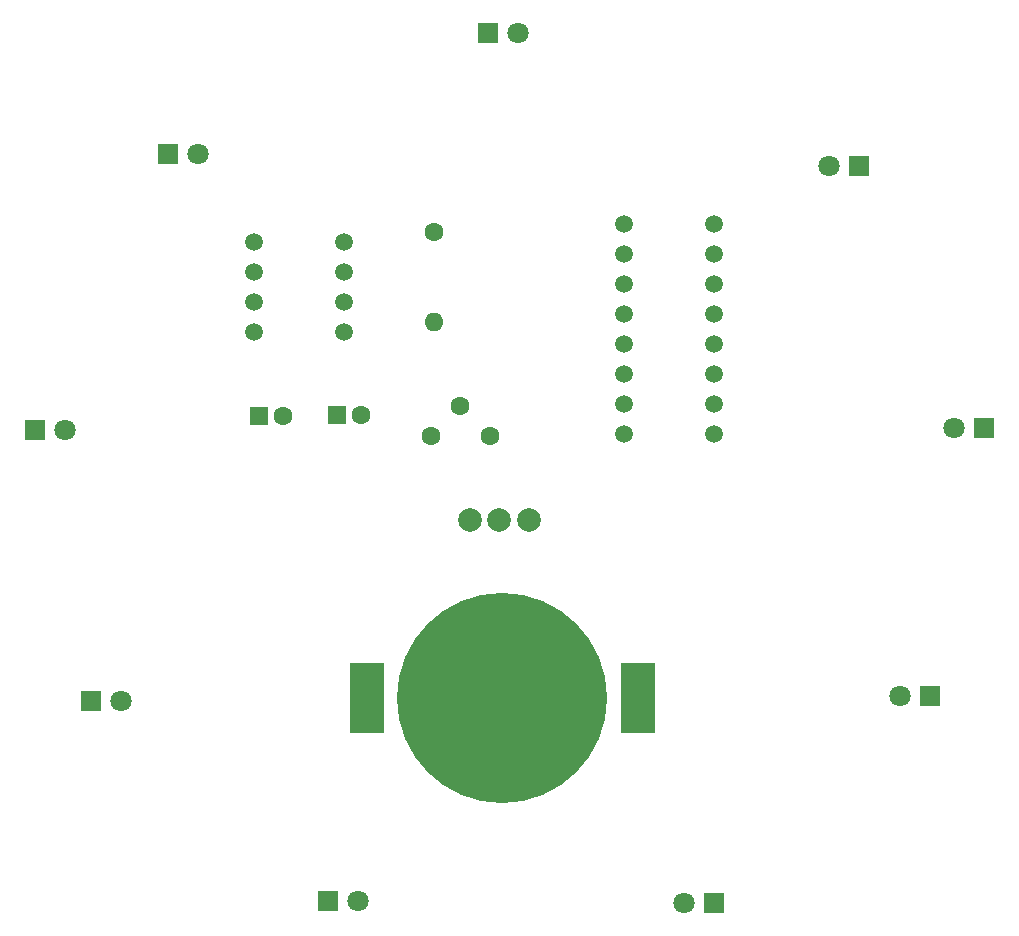
<source format=gbs>
%TF.GenerationSoftware,KiCad,Pcbnew,(6.0.7)*%
%TF.CreationDate,2022-10-09T20:49:51-07:00*%
%TF.ProjectId,IEEE_PCB_1,49454545-5f50-4434-925f-312e6b696361,1*%
%TF.SameCoordinates,Original*%
%TF.FileFunction,Soldermask,Bot*%
%TF.FilePolarity,Negative*%
%FSLAX46Y46*%
G04 Gerber Fmt 4.6, Leading zero omitted, Abs format (unit mm)*
G04 Created by KiCad (PCBNEW (6.0.7)) date 2022-10-09 20:49:51*
%MOMM*%
%LPD*%
G01*
G04 APERTURE LIST*
%ADD10R,1.600000X1.600000*%
%ADD11C,1.600000*%
%ADD12R,1.800000X1.800000*%
%ADD13C,1.800000*%
%ADD14O,1.600000X1.600000*%
%ADD15C,1.500000*%
%ADD16R,3.000000X6.000000*%
%ADD17C,17.800000*%
%ADD18C,2.000000*%
G04 APERTURE END LIST*
D10*
%TO.C,C1*%
X114407000Y-96142000D03*
D11*
X116407000Y-96142000D03*
%TD*%
D10*
%TO.C,C2*%
X121033000Y-96022000D03*
D11*
X123033000Y-96022000D03*
%TD*%
D12*
%TO.C,D1*%
X95414000Y-97266000D03*
D13*
X97954000Y-97266000D03*
%TD*%
D12*
%TO.C,D2*%
X175787000Y-97168000D03*
D13*
X173247000Y-97168000D03*
%TD*%
D12*
%TO.C,D3*%
X152951000Y-137353000D03*
D13*
X150411000Y-137353000D03*
%TD*%
D12*
%TO.C,D4*%
X133816000Y-63669000D03*
D13*
X136356000Y-63669000D03*
%TD*%
D12*
%TO.C,D5*%
X100160000Y-120276000D03*
D13*
X102700000Y-120276000D03*
%TD*%
D12*
%TO.C,D6*%
X171161000Y-119783000D03*
D13*
X168621000Y-119783000D03*
%TD*%
D12*
%TO.C,D7*%
X165174000Y-74945000D03*
D13*
X162634000Y-74945000D03*
%TD*%
D12*
%TO.C,D8*%
X106713000Y-73949000D03*
D13*
X109253000Y-73949000D03*
%TD*%
D12*
%TO.C,D9*%
X120252000Y-137163000D03*
D13*
X122792000Y-137163000D03*
%TD*%
D11*
%TO.C,R1*%
X129232000Y-80495000D03*
D14*
X129232000Y-88115000D03*
%TD*%
D11*
%TO.C,RV1*%
X133912000Y-97796000D03*
X131412000Y-95296000D03*
X128912000Y-97796000D03*
%TD*%
D15*
%TO.C,U1*%
X113998000Y-81354000D03*
X113998000Y-83894000D03*
X113998000Y-86434000D03*
X113998000Y-88974000D03*
X121618000Y-88974000D03*
X121618000Y-86434000D03*
X121618000Y-83894000D03*
X121618000Y-81354000D03*
%TD*%
%TO.C,U2*%
X145288000Y-79826000D03*
X145288000Y-82366000D03*
X145288000Y-84906000D03*
X145288000Y-87446000D03*
X145288000Y-89986000D03*
X145288000Y-92526000D03*
X145288000Y-95066000D03*
X145288000Y-97606000D03*
X152908000Y-97606000D03*
X152908000Y-95066000D03*
X152908000Y-92526000D03*
X152908000Y-89986000D03*
X152908000Y-87446000D03*
X152908000Y-84906000D03*
X152908000Y-82366000D03*
X152908000Y-79826000D03*
%TD*%
D16*
%TO.C,BT1*%
X123547000Y-120030000D03*
X146447000Y-120030000D03*
D17*
X134997000Y-120030000D03*
%TD*%
D18*
%TO.C,SW1*%
X132240000Y-104929000D03*
X134740000Y-104929000D03*
X137240000Y-104929000D03*
%TD*%
M02*

</source>
